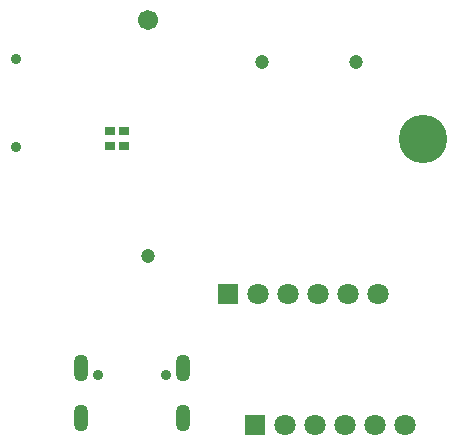
<source format=gbs>
G04*
G04 #@! TF.GenerationSoftware,Altium Limited,Altium Designer,22.7.1 (60)*
G04*
G04 Layer_Color=16711935*
%FSLAX44Y44*%
%MOMM*%
G71*
G04*
G04 #@! TF.SameCoordinates,9A4D97D8-EC90-41B7-81F5-F8116178710B*
G04*
G04*
G04 #@! TF.FilePolarity,Negative*
G04*
G01*
G75*
%ADD54R,0.9532X0.8032*%
%ADD58C,1.8032*%
%ADD59R,1.8032X1.8032*%
%ADD60C,0.9032*%
%ADD61O,1.2532X2.3032*%
%ADD63C,1.2032*%
%ADD64C,1.2017*%
%ADD65C,1.7016*%
%ADD66C,0.8732*%
%ADD86C,4.1016*%
D54*
X114970Y259080D02*
D03*
X103470D02*
D03*
X114970Y271780D02*
D03*
X103470D02*
D03*
D58*
X353060Y22860D02*
D03*
X327660D02*
D03*
X276860D02*
D03*
X251460D02*
D03*
X302260D02*
D03*
X279400Y133350D02*
D03*
X228600D02*
D03*
X254000D02*
D03*
X304800D02*
D03*
X330200D02*
D03*
D59*
X226060Y22860D02*
D03*
X203200Y133350D02*
D03*
D60*
X150820Y65250D02*
D03*
X93020D02*
D03*
D61*
X165120Y28750D02*
D03*
X78720D02*
D03*
X165120Y70550D02*
D03*
X78720D02*
D03*
D63*
X311658Y329946D02*
D03*
X231902D02*
D03*
D64*
X135890Y165430D02*
D03*
D65*
Y365430D02*
D03*
D66*
X23822Y258402D02*
D03*
X23822Y332402D02*
D03*
D86*
X368489Y265080D02*
D03*
M02*

</source>
